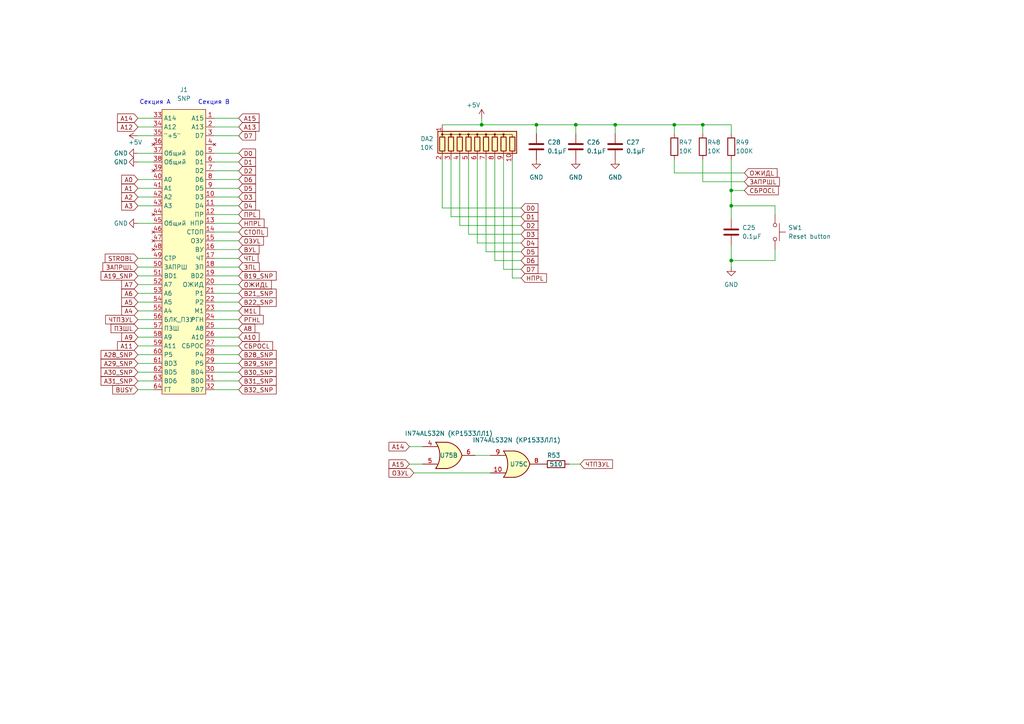
<source format=kicad_sch>
(kicad_sch (version 20211123) (generator eeschema)
  (paper "A4")
  (title_block (comment 2 "Евстафьев"))
  (lib_symbols
    (symbol "74xx:74LS32" (pin_names (offset 1.016))
      (property "Reference" "U" (at 0 1.27 0))
      (property "Value" "74LS32" (at 0 -1.27 0))
      (symbol "74LS32_1_1"
        (arc (start -3.81 -3.81) (mid -2.589 0) (end -3.81 3.81) (stroke (width 0.254)))
        (arc (start -0.6096 -3.81) (mid 2.1842 -2.5851) (end 3.81 0) (stroke (width 0.254)) (fill (type background)))
        (polyline (pts (xy -3.81 -3.81) (xy -0.635 -3.81)) (stroke (width 0.254)) (fill (type background)))
        (polyline (pts (xy -3.81 3.81) (xy -0.635 3.81)) (stroke (width 0.254)) (fill (type background)))
        (polyline (pts (xy -0.635 3.81) (xy -3.81 3.81) (xy -3.81 3.81) (xy -3.556 3.4036) (xy -3.0226 2.2606) (xy -2.6924 1.0414) (xy -2.6162 -0.254) (xy -2.7686 -1.4986) (xy -3.175 -2.7178) (xy -3.81 -3.81) (xy -3.81 -3.81) (xy -0.635 -3.81)) (stroke (width -25.4)) (fill (type background)))
        (arc (start 3.81 0) (mid 2.1915 2.5936) (end -0.6096 3.81) (stroke (width 0.254)) (fill (type background)))
        (pin input line (at -7.62 2.54 0) (length 4.318) (name "~") (number "1"))
        (pin input line (at -7.62 -2.54 0) (length 4.318) (name "~") (number "2"))
        (pin output line (at 7.62 0 180) (length 3.81) (name "~") (number "3"))
      )
      (symbol "74LS32_1_2"
        (arc (start 0 -3.81) (mid 3.81 0) (end 0 3.81) (stroke (width 0.254)) (fill (type background)))
        (polyline (pts (xy 0 3.81) (xy -3.81 3.81) (xy -3.81 -3.81) (xy 0 -3.81)) (stroke (width 0.254)) (fill (type background)))
        (pin input inverted (at -7.62 2.54 0) (length 3.81) (name "~") (number "1"))
        (pin input inverted (at -7.62 -2.54 0) (length 3.81) (name "~") (number "2"))
        (pin output inverted (at 7.62 0 180) (length 3.81) (name "~") (number "3"))
      )
      (symbol "74LS32_2_1"
        (arc (start -3.81 -3.81) (mid -2.589 0) (end -3.81 3.81) (stroke (width 0.254)))
        (arc (start -0.6096 -3.81) (mid 2.1842 -2.5851) (end 3.81 0) (stroke (width 0.254)) (fill (type background)))
        (polyline (pts (xy -3.81 -3.81) (xy -0.635 -3.81)) (stroke (width 0.254)) (fill (type background)))
        (polyline (pts (xy -3.81 3.81) (xy -0.635 3.81)) (stroke (width 0.254)) (fill (type background)))
        (polyline (pts (xy -0.635 3.81) (xy -3.81 3.81) (xy -3.81 3.81) (xy -3.556 3.4036) (xy -3.0226 2.2606) (xy -2.6924 1.0414) (xy -2.6162 -0.254) (xy -2.7686 -1.4986) (xy -3.175 -2.7178) (xy -3.81 -3.81) (xy -3.81 -3.81) (xy -0.635 -3.81)) (stroke (width -25.4)) (fill (type background)))
        (arc (start 3.81 0) (mid 2.1915 2.5936) (end -0.6096 3.81) (stroke (width 0.254)) (fill (type background)))
        (pin input line (at -7.62 2.54 0) (length 4.318) (name "~") (number "4"))
        (pin input line (at -7.62 -2.54 0) (length 4.318) (name "~") (number "5"))
        (pin output line (at 7.62 0 180) (length 3.81) (name "~") (number "6"))
      )
      (symbol "74LS32_2_2"
        (arc (start 0 -3.81) (mid 3.81 0) (end 0 3.81) (stroke (width 0.254)) (fill (type background)))
        (polyline (pts (xy 0 3.81) (xy -3.81 3.81) (xy -3.81 -3.81) (xy 0 -3.81)) (stroke (width 0.254)) (fill (type background)))
        (pin input inverted (at -7.62 2.54 0) (length 3.81) (name "~") (number "4"))
        (pin input inverted (at -7.62 -2.54 0) (length 3.81) (name "~") (number "5"))
        (pin output inverted (at 7.62 0 180) (length 3.81) (name "~") (number "6"))
      )
      (symbol "74LS32_3_1"
        (arc (start -3.81 -3.81) (mid -2.589 0) (end -3.81 3.81) (stroke (width 0.254)))
        (arc (start -0.6096 -3.81) (mid 2.1842 -2.5851) (end 3.81 0) (stroke (width 0.254)) (fill (type background)))
        (polyline (pts (xy -3.81 -3.81) (xy -0.635 -3.81)) (stroke (width 0.254)) (fill (type background)))
        (polyline (pts (xy -3.81 3.81) (xy -0.635 3.81)) (stroke (width 0.254)) (fill (type background)))
        (polyline (pts (xy -0.635 3.81) (xy -3.81 3.81) (xy -3.81 3.81) (xy -3.556 3.4036) (xy -3.0226 2.2606) (xy -2.6924 1.0414) (xy -2.6162 -0.254) (xy -2.7686 -1.4986) (xy -3.175 -2.7178) (xy -3.81 -3.81) (xy -3.81 -3.81) (xy -0.635 -3.81)) (stroke (width -25.4)) (fill (type background)))
        (arc (start 3.81 0) (mid 2.1915 2.5936) (end -0.6096 3.81) (stroke (width 0.254)) (fill (type background)))
        (pin input line (at -7.62 -2.54 0) (length 4.318) (name "~") (number "10"))
        (pin output line (at 7.62 0 180) (length 3.81) (name "~") (number "8"))
        (pin input line (at -7.62 2.54 0) (length 4.318) (name "~") (number "9"))
      )
      (symbol "74LS32_3_2"
        (arc (start 0 -3.81) (mid 3.81 0) (end 0 3.81) (stroke (width 0.254)) (fill (type background)))
        (polyline (pts (xy 0 3.81) (xy -3.81 3.81) (xy -3.81 -3.81) (xy 0 -3.81)) (stroke (width 0.254)) (fill (type background)))
        (pin input inverted (at -7.62 -2.54 0) (length 3.81) (name "~") (number "10"))
        (pin output inverted (at 7.62 0 180) (length 3.81) (name "~") (number "8"))
        (pin input inverted (at -7.62 2.54 0) (length 3.81) (name "~") (number "9"))
      )
      (symbol "74LS32_4_1"
        (arc (start -3.81 -3.81) (mid -2.589 0) (end -3.81 3.81) (stroke (width 0.254)))
        (arc (start -0.6096 -3.81) (mid 2.1842 -2.5851) (end 3.81 0) (stroke (width 0.254)) (fill (type background)))
        (polyline (pts (xy -3.81 -3.81) (xy -0.635 -3.81)) (stroke (width 0.254)) (fill (type background)))
        (polyline (pts (xy -3.81 3.81) (xy -0.635 3.81)) (stroke (width 0.254)) (fill (type background)))
        (polyline (pts (xy -0.635 3.81) (xy -3.81 3.81) (xy -3.81 3.81) (xy -3.556 3.4036) (xy -3.0226 2.2606) (xy -2.6924 1.0414) (xy -2.6162 -0.254) (xy -2.7686 -1.4986) (xy -3.175 -2.7178) (xy -3.81 -3.81) (xy -3.81 -3.81) (xy -0.635 -3.81)) (stroke (width -25.4)) (fill (type background)))
        (arc (start 3.81 0) (mid 2.1915 2.5936) (end -0.6096 3.81) (stroke (width 0.254)) (fill (type background)))
        (pin output line (at 7.62 0 180) (length 3.81) (name "~") (number "11"))
        (pin input line (at -7.62 2.54 0) (length 4.318) (name "~") (number "12"))
        (pin input line (at -7.62 -2.54 0) (length 4.318) (name "~") (number "13"))
      )
      (symbol "74LS32_4_2"
        (arc (start 0 -3.81) (mid 3.81 0) (end 0 3.81) (stroke (width 0.254)) (fill (type background)))
        (polyline (pts (xy 0 3.81) (xy -3.81 3.81) (xy -3.81 -3.81) (xy 0 -3.81)) (stroke (width 0.254)) (fill (type background)))
        (pin output inverted (at 7.62 0 180) (length 3.81) (name "~") (number "11"))
        (pin input inverted (at -7.62 2.54 0) (length 3.81) (name "~") (number "12"))
        (pin input inverted (at -7.62 -2.54 0) (length 3.81) (name "~") (number "13"))
      )
      (symbol "74LS32_5_0"
        (pin power_in line (at 0 12.7 270) (length 5.08) (name "VCC") (number "14"))
        (pin power_in line (at 0 -12.7 90) (length 5.08) (name "GND") (number "7"))
      )
      (symbol "74LS32_5_1"
        (rectangle (start -5.08 7.62) (end 5.08 -7.62) (stroke (width 0.254)) (fill (type background)))
      )
    )
    (symbol "Device:C" (pin_numbers hide) (pin_names (offset 0.254))
      (property "Reference" "C" (at 0.635 2.54 0))
      (property "Value" "C" (at 0.635 -2.54 0))
      (symbol "C_0_1"
        (polyline (pts (xy -2.032 -0.762) (xy 2.032 -0.762)) (stroke (width 0.508)))
        (polyline (pts (xy -2.032 0.762) (xy 2.032 0.762)) (stroke (width 0.508)))
      )
      (symbol "C_1_1"
        (pin passive line (at 0 3.81 270) (length 2.794) (name "~") (number "1"))
        (pin passive line (at 0 -3.81 90) (length 2.794) (name "~") (number "2"))
      )
    )
    (symbol "Device:R" (pin_numbers hide) (pin_names (offset 0))
      (property "Reference" "R" (at 2.032 0 90))
      (property "Value" "R" (at 0 0 90))
      (symbol "R_0_1"
        (rectangle (start -1.016 -2.54) (end 1.016 2.54) (stroke (width 0.254)))
      )
      (symbol "R_1_1"
        (pin passive line (at 0 3.81 270) (length 1.27) (name "~") (number "1"))
        (pin passive line (at 0 -3.81 90) (length 1.27) (name "~") (number "2"))
      )
    )
    (symbol "Device:R_Network09" (pin_names (offset 0) hide)
      (property "Reference" "RN" (at -12.7 0 90))
      (property "Value" "R_Network09" (at 12.7 0 90))
      (symbol "R_Network09_0_1"
        (rectangle (start -11.43 -3.175) (end 11.43 3.175) (stroke (width 0.254)) (fill (type background)))
        (rectangle (start -10.922 1.524) (end -9.398 -2.54) (stroke (width 0.254)))
        (circle (center -10.16 2.286) (radius 0.254) (fill (type outline)))
        (rectangle (start -8.382 1.524) (end -6.858 -2.54) (stroke (width 0.254)))
        (circle (center -7.62 2.286) (radius 0.254) (fill (type outline)))
        (rectangle (start -5.842 1.524) (end -4.318 -2.54) (stroke (width 0.254)))
        (circle (center -5.08 2.286) (radius 0.254) (fill (type outline)))
        (rectangle (start -3.302 1.524) (end -1.778 -2.54) (stroke (width 0.254)))
        (circle (center -2.54 2.286) (radius 0.254) (fill (type outline)))
        (rectangle (start -0.762 1.524) (end 0.762 -2.54) (stroke (width 0.254)))
        (polyline (pts (xy -10.16 -2.54) (xy -10.16 -3.81)))
        (polyline (pts (xy -7.62 -2.54) (xy -7.62 -3.81)))
        (polyline (pts (xy -5.08 -2.54) (xy -5.08 -3.81)))
        (polyline (pts (xy -2.54 -2.54) (xy -2.54 -3.81)))
        (polyline (pts (xy 0 -2.54) (xy 0 -3.81)))
        (polyline (pts (xy 2.54 -2.54) (xy 2.54 -3.81)))
        (polyline (pts (xy 5.08 -2.54) (xy 5.08 -3.81)))
        (polyline (pts (xy 7.62 -2.54) (xy 7.62 -3.81)))
        (polyline (pts (xy 10.16 -2.54) (xy 10.16 -3.81)))
        (polyline (pts (xy -10.16 1.524) (xy -10.16 2.286) (xy -7.62 2.286) (xy -7.62 1.524)))
        (polyline (pts (xy -7.62 1.524) (xy -7.62 2.286) (xy -5.08 2.286) (xy -5.08 1.524)))
        (polyline (pts (xy -5.08 1.524) (xy -5.08 2.286) (xy -2.54 2.286) (xy -2.54 1.524)))
        (polyline (pts (xy -2.54 1.524) (xy -2.54 2.286) (xy 0 2.286) (xy 0 1.524)))
        (polyline (pts (xy 0 1.524) (xy 0 2.286) (xy 2.54 2.286) (xy 2.54 1.524)))
        (polyline (pts (xy 2.54 1.524) (xy 2.54 2.286) (xy 5.08 2.286) (xy 5.08 1.524)))
        (polyline (pts (xy 5.08 1.524) (xy 5.08 2.286) (xy 7.62 2.286) (xy 7.62 1.524)))
        (polyline (pts (xy 7.62 1.524) (xy 7.62 2.286) (xy 10.16 2.286) (xy 10.16 1.524)))
        (circle (center 0 2.286) (radius 0.254) (fill (type outline)))
        (rectangle (start 1.778 1.524) (end 3.302 -2.54) (stroke (width 0.254)))
        (circle (center 2.54 2.286) (radius 0.254) (fill (type outline)))
        (rectangle (start 4.318 1.524) (end 5.842 -2.54) (stroke (width 0.254)))
        (circle (center 5.08 2.286) (radius 0.254) (fill (type outline)))
        (rectangle (start 6.858 1.524) (end 8.382 -2.54) (stroke (width 0.254)))
        (circle (center 7.62 2.286) (radius 0.254) (fill (type outline)))
        (rectangle (start 9.398 1.524) (end 10.922 -2.54) (stroke (width 0.254)))
      )
      (symbol "R_Network09_1_1"
        (pin passive line (at -10.16 5.08 270) (length 2.54) (name "common") (number "1"))
        (pin passive line (at 10.16 -5.08 90) (length 1.27) (name "R9") (number "10"))
        (pin passive line (at -10.16 -5.08 90) (length 1.27) (name "R1") (number "2"))
        (pin passive line (at -7.62 -5.08 90) (length 1.27) (name "R2") (number "3"))
        (pin passive line (at -5.08 -5.08 90) (length 1.27) (name "R3") (number "4"))
        (pin passive line (at -2.54 -5.08 90) (length 1.27) (name "R4") (number "5"))
        (pin passive line (at 0 -5.08 90) (length 1.27) (name "R5") (number "6"))
        (pin passive line (at 2.54 -5.08 90) (length 1.27) (name "R6") (number "7"))
        (pin passive line (at 5.08 -5.08 90) (length 1.27) (name "R7") (number "8"))
        (pin passive line (at 7.62 -5.08 90) (length 1.27) (name "R8") (number "9"))
      )
    )
    (symbol "Switch:SW_Push" (pin_numbers hide) (pin_names (offset 1.016) hide)
      (property "Reference" "SW" (at 1.27 2.54 0))
      (property "Value" "SW_Push" (at 0 -1.524 0))
      (symbol "SW_Push_0_1"
        (circle (center -2.032 0) (radius 0.508))
        (polyline (pts (xy 0 1.27) (xy 0 3.048)))
        (polyline (pts (xy 2.54 1.27) (xy -2.54 1.27)))
        (circle (center 2.032 0) (radius 0.508))
        (pin passive line (at -5.08 0 0) (length 2.54) (name "1") (number "1"))
        (pin passive line (at 5.08 0 180) (length 2.54) (name "2") (number "2"))
      )
    )
    (symbol "power:+5V" (power) (pin_names (offset 0))
      (property "Value" "+5V" (at 0 3.556 0))
      (symbol "+5V_0_1"
        (polyline (pts (xy -0.762 1.27) (xy 0 2.54)))
        (polyline (pts (xy 0 0) (xy 0 2.54)))
        (polyline (pts (xy 0 2.54) (xy 0.762 1.27)))
      )
      (symbol "+5V_1_1"
        (pin power_in line (at 0 0 90) (length 0) hide (name "+5V") (number "1"))
      )
    )
    (symbol "power:GND" (power) (pin_names (offset 0))
      (property "Value" "GND" (at 0 -3.81 0))
      (symbol "GND_0_1"
        (polyline (pts (xy 0 0) (xy 0 -1.27) (xy 1.27 -1.27) (xy 0 -2.54) (xy -1.27 -1.27) (xy 0 -1.27)))
      )
      (symbol "GND_1_1"
        (pin power_in line (at 0 0 270) (length 0) hide (name "GND") (number "1"))
      )
    )
    (symbol "w_connectors:SNP"
      (property "Reference" "J1" (at 0 43.815 0))
      (property "Value" "SNP" (at 0 41.275 0))
      (symbol "SNP_0_1"
        (rectangle (start -6.35 38.1) (end 6.35 -44.45) (fill (type background)))
      )
      (symbol "SNP_1_1"
        (pin bidirectional line (at -8.89 35.56 0) (length 2.54) (name "A15") (number "1"))
        (pin bidirectional line (at -8.89 12.7 0) (length 2.54) (name "D3") (number "10"))
        (pin bidirectional line (at -8.89 10.16 0) (length 2.54) (name "D4") (number "11"))
        (pin bidirectional line (at -8.89 7.62 0) (length 2.54) (name "ПР") (number "12"))
        (pin bidirectional line (at -8.89 5.08 0) (length 2.54) (name "НПР") (number "13"))
        (pin bidirectional line (at -8.89 2.54 0) (length 2.54) (name "СТОП") (number "14"))
        (pin bidirectional line (at -8.89 0 0) (length 2.54) (name "ОЗУ") (number "15"))
        (pin bidirectional line (at -8.89 -2.54 0) (length 2.54) (name "ВУ") (number "16"))
        (pin bidirectional line (at -8.89 -5.08 0) (length 2.54) (name "ЧТ") (number "17"))
        (pin bidirectional line (at -8.89 -7.62 0) (length 2.54) (name "ЗП") (number "18"))
        (pin bidirectional line (at -8.89 -10.16 0) (length 2.54) (name "BD2") (number "19"))
        (pin bidirectional line (at -8.89 33.02 0) (length 2.54) (name "A13") (number "2"))
        (pin bidirectional line (at -8.89 -12.7 0) (length 2.54) (name "ОЖИД") (number "20"))
        (pin bidirectional line (at -8.89 -15.24 0) (length 2.54) (name "P1") (number "21"))
        (pin bidirectional line (at -8.89 -17.78 0) (length 2.54) (name "P2") (number "22"))
        (pin bidirectional line (at -8.89 -20.32 0) (length 2.54) (name "М1") (number "23"))
        (pin bidirectional line (at -8.89 -22.86 0) (length 2.54) (name "РГН") (number "24"))
        (pin bidirectional line (at -8.89 -25.4 0) (length 2.54) (name "A8") (number "25"))
        (pin bidirectional line (at -8.89 -27.94 0) (length 2.54) (name "A10") (number "26"))
        (pin bidirectional line (at -8.89 -30.48 0) (length 2.54) (name "СБРОС") (number "27"))
        (pin bidirectional line (at -8.89 -33.02 0) (length 2.54) (name "P4") (number "28"))
        (pin bidirectional line (at -8.89 -35.56 0) (length 2.54) (name "P5") (number "29"))
        (pin bidirectional line (at -8.89 30.48 0) (length 2.54) (name "D7") (number "3"))
        (pin bidirectional line (at -8.89 -38.1 0) (length 2.54) (name "BD4") (number "30"))
        (pin bidirectional line (at -8.89 -40.64 0) (length 2.54) (name "BD0") (number "31"))
        (pin bidirectional line (at -8.89 -43.18 0) (length 2.54) (name "BD7") (number "32"))
        (pin bidirectional line (at 8.89 35.56 180) (length 2.54) (name "A14") (number "33"))
        (pin bidirectional line (at 8.89 33.02 180) (length 2.54) (name "A12") (number "34"))
        (pin power_in line (at 8.89 30.48 180) (length 2.54) (name "\"+5\"") (number "35"))
        (pin no_connect line (at 8.89 27.94 180) (length 2.54) (name "") (number "36"))
        (pin power_in line (at 8.89 25.4 180) (length 2.54) (name "Общий") (number "37"))
        (pin power_in line (at 8.89 22.86 180) (length 2.54) (name "Общий") (number "38"))
        (pin no_connect line (at 8.89 20.32 180) (length 2.54) (name "") (number "39"))
        (pin no_connect line (at -8.89 27.94 0) (length 2.54) (name "") (number "4"))
        (pin bidirectional line (at 8.89 17.78 180) (length 2.54) (name "A0") (number "40"))
        (pin bidirectional line (at 8.89 15.24 180) (length 2.54) (name "A1") (number "41"))
        (pin bidirectional line (at 8.89 12.7 180) (length 2.54) (name "A2") (number "42"))
        (pin bidirectional line (at 8.89 10.16 180) (length 2.54) (name "A3") (number "43"))
        (pin no_connect line (at 8.89 7.62 180) (length 2.54) (name "") (number "44"))
        (pin power_in line (at 8.89 5.08 180) (length 2.54) (name "Общий") (number "45"))
        (pin no_connect line (at 8.89 2.54 180) (length 2.54) (name "") (number "46"))
        (pin no_connect line (at 8.89 0 180) (length 2.54) (name "") (number "47"))
        (pin no_connect line (at 8.89 -2.54 180) (length 2.54) (name "") (number "48"))
        (pin bidirectional line (at 8.89 -5.08 180) (length 2.54) (name "СТР") (number "49"))
        (pin bidirectional line (at -8.89 25.4 0) (length 2.54) (name "D0") (number "5"))
        (pin bidirectional line (at 8.89 -7.62 180) (length 2.54) (name "ЗАПРШ") (number "50"))
        (pin bidirectional line (at 8.89 -10.16 180) (length 2.54) (name "BD1") (number "51"))
        (pin bidirectional line (at 8.89 -12.7 180) (length 2.54) (name "A7") (number "52"))
        (pin bidirectional line (at 8.89 -15.24 180) (length 2.54) (name "A6") (number "53"))
        (pin bidirectional line (at 8.89 -17.78 180) (length 2.54) (name "A5") (number "54"))
        (pin bidirectional line (at 8.89 -20.32 180) (length 2.54) (name "A4") (number "55"))
        (pin bidirectional line (at 8.89 -22.86 180) (length 2.54) (name "БЛК_ПЗУ") (number "56"))
        (pin bidirectional line (at 8.89 -25.4 180) (length 2.54) (name "ПЗШ") (number "57"))
        (pin bidirectional line (at 8.89 -27.94 180) (length 2.54) (name "A9") (number "58"))
        (pin bidirectional line (at 8.89 -30.48 180) (length 2.54) (name "A11") (number "59"))
        (pin bidirectional line (at -8.89 22.86 0) (length 2.54) (name "D1") (number "6"))
        (pin bidirectional line (at 8.89 -33.02 180) (length 2.54) (name "P5") (number "60"))
        (pin bidirectional line (at 8.89 -35.56 180) (length 2.54) (name "BD3") (number "61"))
        (pin bidirectional line (at 8.89 -38.1 180) (length 2.54) (name "BD5") (number "62"))
        (pin bidirectional line (at 8.89 -40.64 180) (length 2.54) (name "BD6") (number "63"))
        (pin bidirectional line (at 8.89 -43.18 180) (length 2.54) (name "ГТ") (number "64"))
        (pin bidirectional line (at -8.89 20.32 0) (length 2.54) (name "D2") (number "7"))
        (pin bidirectional line (at -8.89 17.78 0) (length 2.54) (name "D6") (number "8"))
        (pin bidirectional line (at -8.89 15.24 0) (length 2.54) (name "D5") (number "9"))
      )
    )
  )
  (junction (at 155.575 36.195))
  (junction (at 212.09 75.565))
  (junction (at 178.435 36.195))
  (junction (at 139.7 36.195))
  (junction (at 212.09 55.245))
  (junction (at 203.835 36.195))
  (junction (at 195.58 36.195))
  (junction (at 212.09 59.69))
  (junction (at 167.005 36.195))
  (wire (pts (xy 135.89 46.355) (xy 135.89 67.945)))
  (wire (pts (xy 128.27 36.195) (xy 139.7 36.195)))
  (wire (pts (xy 40.005 44.45) (xy 44.45 44.45)))
  (wire (pts (xy 40.005 113.03) (xy 44.45 113.03)))
  (wire (pts (xy 40.005 82.55) (xy 44.45 82.55)))
  (wire (pts (xy 69.215 110.49) (xy 62.23 110.49)))
  (wire (pts (xy 69.215 36.83) (xy 62.23 36.83)))
  (wire (pts (xy 195.58 50.165) (xy 215.9 50.165)))
  (wire (pts (xy 212.09 55.245) (xy 215.9 55.245)))
  (wire (pts (xy 212.09 36.195) (xy 212.09 38.735)))
  (wire (pts (xy 40.005 64.77) (xy 44.45 64.77)))
  (wire (pts (xy 40.005 34.29) (xy 44.45 34.29)))
  (wire (pts (xy 195.58 46.355) (xy 195.58 50.165)))
  (wire (pts (xy 118.745 134.62) (xy 122.555 134.62)))
  (wire (pts (xy 138.43 46.355) (xy 138.43 70.485)))
  (wire (pts (xy 212.09 46.355) (xy 212.09 55.245)))
  (wire (pts (xy 40.005 54.61) (xy 44.45 54.61)))
  (wire (pts (xy 40.005 105.41) (xy 44.45 105.41)))
  (wire (pts (xy 128.27 46.355) (xy 128.27 60.325)))
  (wire (pts (xy 40.005 74.93) (xy 44.45 74.93)))
  (wire (pts (xy 69.215 44.45) (xy 62.23 44.45)))
  (wire (pts (xy 139.7 34.29) (xy 139.7 36.195)))
  (wire (pts (xy 69.215 82.55) (xy 62.23 82.55)))
  (wire (pts (xy 69.215 100.33) (xy 62.23 100.33)))
  (wire (pts (xy 69.215 52.07) (xy 62.23 52.07)))
  (wire (pts (xy 138.43 70.485) (xy 151.13 70.485)))
  (wire (pts (xy 155.575 36.195) (xy 155.575 38.735)))
  (wire (pts (xy 40.005 80.01) (xy 44.45 80.01)))
  (wire (pts (xy 203.835 36.195) (xy 212.09 36.195)))
  (wire (pts (xy 203.835 46.355) (xy 203.835 52.705)))
  (wire (pts (xy 62.23 87.63) (xy 69.215 87.63)))
  (wire (pts (xy 40.005 95.25) (xy 44.45 95.25)))
  (wire (pts (xy 178.435 36.195) (xy 195.58 36.195)))
  (wire (pts (xy 212.09 59.69) (xy 212.09 55.245)))
  (wire (pts (xy 130.81 46.355) (xy 130.81 62.865)))
  (wire (pts (xy 135.89 67.945) (xy 151.13 67.945)))
  (wire (pts (xy 143.51 46.355) (xy 143.51 75.565)))
  (wire (pts (xy 69.215 74.93) (xy 62.23 74.93)))
  (wire (pts (xy 69.215 97.79) (xy 62.23 97.79)))
  (wire (pts (xy 69.215 69.85) (xy 62.23 69.85)))
  (wire (pts (xy 40.005 102.87) (xy 44.45 102.87)))
  (wire (pts (xy 133.35 46.355) (xy 133.35 65.405)))
  (wire (pts (xy 140.97 73.025) (xy 151.13 73.025)))
  (wire (pts (xy 143.51 75.565) (xy 151.13 75.565)))
  (wire (pts (xy 167.005 36.195) (xy 167.005 38.735)))
  (wire (pts (xy 69.215 92.71) (xy 62.23 92.71)))
  (wire (pts (xy 128.27 60.325) (xy 151.13 60.325)))
  (wire (pts (xy 203.835 52.705) (xy 215.9 52.705)))
  (wire (pts (xy 195.58 36.195) (xy 195.58 38.735)))
  (wire (pts (xy 40.005 46.99) (xy 44.45 46.99)))
  (wire (pts (xy 118.745 129.54) (xy 122.555 129.54)))
  (wire (pts (xy 167.005 36.195) (xy 178.435 36.195)))
  (wire (pts (xy 195.58 36.195) (xy 203.835 36.195)))
  (wire (pts (xy 133.35 65.405) (xy 151.13 65.405)))
  (wire (pts (xy 40.005 85.09) (xy 44.45 85.09)))
  (wire (pts (xy 69.215 95.25) (xy 62.23 95.25)))
  (wire (pts (xy 40.005 77.47) (xy 44.45 77.47)))
  (wire (pts (xy 146.05 78.105) (xy 151.13 78.105)))
  (wire (pts (xy 62.23 102.87) (xy 69.215 102.87)))
  (wire (pts (xy 212.09 71.12) (xy 212.09 75.565)))
  (wire (pts (xy 69.215 59.69) (xy 62.23 59.69)))
  (wire (pts (xy 69.215 54.61) (xy 62.23 54.61)))
  (wire (pts (xy 69.215 80.01) (xy 62.23 80.01)))
  (wire (pts (xy 203.835 36.195) (xy 203.835 38.735)))
  (wire (pts (xy 120.015 137.16) (xy 142.24 137.16)))
  (wire (pts (xy 140.97 46.355) (xy 140.97 73.025)))
  (wire (pts (xy 148.59 46.355) (xy 148.59 80.645)))
  (wire (pts (xy 224.79 59.69) (xy 224.79 62.23)))
  (wire (pts (xy 69.215 64.77) (xy 62.23 64.77)))
  (wire (pts (xy 224.79 75.565) (xy 212.09 75.565)))
  (wire (pts (xy 212.09 75.565) (xy 212.09 77.47)))
  (wire (pts (xy 148.59 80.645) (xy 151.13 80.645)))
  (wire (pts (xy 69.215 39.37) (xy 62.23 39.37)))
  (wire (pts (xy 69.215 46.99) (xy 62.23 46.99)))
  (wire (pts (xy 69.215 67.31) (xy 62.23 67.31)))
  (wire (pts (xy 139.7 36.195) (xy 155.575 36.195)))
  (wire (pts (xy 40.005 92.71) (xy 44.45 92.71)))
  (wire (pts (xy 40.005 36.83) (xy 44.45 36.83)))
  (wire (pts (xy 146.05 46.355) (xy 146.05 78.105)))
  (wire (pts (xy 69.215 49.53) (xy 62.23 49.53)))
  (wire (pts (xy 40.005 57.15) (xy 44.45 57.15)))
  (wire (pts (xy 69.215 34.29) (xy 62.23 34.29)))
  (wire (pts (xy 40.005 110.49) (xy 44.45 110.49)))
  (wire (pts (xy 142.24 132.08) (xy 137.795 132.08)))
  (wire (pts (xy 62.23 85.09) (xy 69.215 85.09)))
  (wire (pts (xy 40.005 52.07) (xy 44.45 52.07)))
  (wire (pts (xy 224.79 72.39) (xy 224.79 75.565)))
  (wire (pts (xy 168.275 134.62) (xy 165.1 134.62)))
  (wire (pts (xy 40.005 97.79) (xy 44.45 97.79)))
  (wire (pts (xy 212.09 63.5) (xy 212.09 59.69)))
  (wire (pts (xy 69.215 72.39) (xy 62.23 72.39)))
  (wire (pts (xy 40.005 87.63) (xy 44.45 87.63)))
  (wire (pts (xy 40.005 100.33) (xy 44.45 100.33)))
  (wire (pts (xy 62.23 105.41) (xy 69.215 105.41)))
  (wire (pts (xy 69.215 107.95) (xy 62.23 107.95)))
  (wire (pts (xy 69.215 57.15) (xy 62.23 57.15)))
  (wire (pts (xy 69.215 90.17) (xy 62.23 90.17)))
  (wire (pts (xy 130.81 62.865) (xy 151.13 62.865)))
  (wire (pts (xy 69.215 113.03) (xy 62.23 113.03)))
  (wire (pts (xy 40.005 107.95) (xy 44.45 107.95)))
  (wire (pts (xy 69.215 62.23) (xy 62.23 62.23)))
  (wire (pts (xy 40.005 90.17) (xy 44.45 90.17)))
  (wire (pts (xy 155.575 36.195) (xy 167.005 36.195)))
  (wire (pts (xy 40.005 59.69) (xy 44.45 59.69)))
  (wire (pts (xy 178.435 36.195) (xy 178.435 38.735)))
  (wire (pts (xy 40.005 39.37) (xy 44.45 39.37)))
  (wire (pts (xy 212.09 59.69) (xy 224.79 59.69)))
  (wire (pts (xy 69.215 77.47) (xy 62.23 77.47)))
  (text "Секция А" (at 49.53 30.48 180) (effects (font (size 1.27 1.27)) (justify right bottom)))
  (text "Секция В" (at 66.675 30.48 180) (effects (font (size 1.27 1.27)) (justify right bottom)))
  (global_label "A5" (shape input) (at 40.005 87.63 180) (property "Intersheet References" "${INTERSHEET_REFS}" (effects hide)))
  (global_label "A4" (shape input) (at 40.005 90.17 180) (property "Intersheet References" "${INTERSHEET_REFS}" (effects hide)))
  (global_label "A13" (shape input) (at 69.215 36.83 0) (property "Intersheet References" "${INTERSHEET_REFS}" (effects hide)))
  (global_label "A14" (shape input) (at 118.745 129.54 180) (property "Intersheet References" "${INTERSHEET_REFS}" (effects hide)))
  (global_label "B28_SNP" (shape input) (at 69.215 102.87 0) (property "Intersheet References" "${INTERSHEET_REFS}" (effects hide)))
  (global_label "A11" (shape input) (at 40.005 100.33 180) (property "Intersheet References" "${INTERSHEET_REFS}" (effects hide)))
  (global_label "D3" (shape input) (at 151.13 67.945 0) (property "Intersheet References" "${INTERSHEET_REFS}" (effects hide)))
  (global_label "A14" (shape input) (at 40.005 34.29 180) (property "Intersheet References" "${INTERSHEET_REFS}" (effects hide)))
  (global_label "B31_SNP" (shape input) (at 69.215 110.49 0) (property "Intersheet References" "${INTERSHEET_REFS}" (effects hide)))
  (global_label "НПРL" (shape input) (at 69.215 64.77 0) (property "Intersheet References" "${INTERSHEET_REFS}" (effects hide)))
  (global_label "СТОПL" (shape input) (at 69.215 67.31 0) (property "Intersheet References" "${INTERSHEET_REFS}" (effects hide)))
  (global_label "B30_SNP" (shape input) (at 69.215 107.95 0) (property "Intersheet References" "${INTERSHEET_REFS}" (effects hide)))
  (global_label "A12" (shape input) (at 40.005 36.83 180) (property "Intersheet References" "${INTERSHEET_REFS}" (effects hide)))
  (global_label "A10" (shape input) (at 69.215 97.79 0) (property "Intersheet References" "${INTERSHEET_REFS}" (effects hide)))
  (global_label "D1" (shape input) (at 69.215 46.99 0) (property "Intersheet References" "${INTERSHEET_REFS}" (effects hide)))
  (global_label "D3" (shape input) (at 69.215 57.15 0) (property "Intersheet References" "${INTERSHEET_REFS}" (effects hide)))
  (global_label "ОЗУL" (shape input) (at 120.015 137.16 180) (property "Intersheet References" "${INTERSHEET_REFS}" (effects hide)))
  (global_label "D4" (shape input) (at 151.13 70.485 0) (property "Intersheet References" "${INTERSHEET_REFS}" (effects hide)))
  (global_label "ЧТПЗУL" (shape input) (at 168.275 134.62 0) (property "Intersheet References" "${INTERSHEET_REFS}" (effects hide)))
  (global_label "НПРL" (shape input) (at 151.13 80.645 0) (property "Intersheet References" "${INTERSHEET_REFS}" (effects hide)))
  (global_label "ЗАПРШL" (shape input) (at 40.005 77.47 180) (property "Intersheet References" "${INTERSHEET_REFS}" (effects hide)))
  (global_label "ЗАПРШL" (shape input) (at 215.9 52.705 0) (property "Intersheet References" "${INTERSHEET_REFS}" (effects hide)))
  (global_label "ПЗШL" (shape input) (at 40.005 95.25 180) (property "Intersheet References" "${INTERSHEET_REFS}" (effects hide)))
  (global_label "D0" (shape input) (at 151.13 60.325 0) (property "Intersheet References" "${INTERSHEET_REFS}" (effects hide)))
  (global_label "D2" (shape input) (at 151.13 65.405 0) (property "Intersheet References" "${INTERSHEET_REFS}" (effects hide)))
  (global_label "B22_SNP" (shape input) (at 69.215 87.63 0) (property "Intersheet References" "${INTERSHEET_REFS}" (effects hide)))
  (global_label "B29_SNP" (shape input) (at 69.215 105.41 0) (property "Intersheet References" "${INTERSHEET_REFS}" (effects hide)))
  (global_label "D7" (shape input) (at 151.13 78.105 0) (property "Intersheet References" "${INTERSHEET_REFS}" (effects hide)))
  (global_label "A28_SNP" (shape input) (at 40.005 102.87 180) (property "Intersheet References" "${INTERSHEET_REFS}" (effects hide)))
  (global_label "BUSY" (shape input) (at 40.005 113.03 180) (property "Intersheet References" "${INTERSHEET_REFS}" (effects hide)))
  (global_label "D1" (shape input) (at 151.13 62.865 0) (property "Intersheet References" "${INTERSHEET_REFS}" (effects hide)))
  (global_label "D5" (shape input) (at 151.13 73.025 0) (property "Intersheet References" "${INTERSHEET_REFS}" (effects hide)))
  (global_label "ЧТL" (shape input) (at 69.215 74.93 0) (property "Intersheet References" "${INTERSHEET_REFS}" (effects hide)))
  (global_label "ОЖИДL" (shape input) (at 215.9 50.165 0) (property "Intersheet References" "${INTERSHEET_REFS}" (effects hide)))
  (global_label "D0" (shape input) (at 69.215 44.45 0) (property "Intersheet References" "${INTERSHEET_REFS}" (effects hide)))
  (global_label "A2" (shape input) (at 40.005 57.15 180) (property "Intersheet References" "${INTERSHEET_REFS}" (effects hide)))
  (global_label "D5" (shape input) (at 69.215 54.61 0) (property "Intersheet References" "${INTERSHEET_REFS}" (effects hide)))
  (global_label "STROBL" (shape input) (at 40.005 74.93 180) (property "Intersheet References" "${INTERSHEET_REFS}" (effects hide)))
  (global_label "A7" (shape input) (at 40.005 82.55 180) (property "Intersheet References" "${INTERSHEET_REFS}" (effects hide)))
  (global_label "B32_SNP" (shape input) (at 69.215 113.03 0) (property "Intersheet References" "${INTERSHEET_REFS}" (effects hide)))
  (global_label "ЧТПЗУL" (shape input) (at 40.005 92.71 180) (property "Intersheet References" "${INTERSHEET_REFS}" (effects hide)))
  (global_label "ПРL" (shape input) (at 69.215 62.23 0) (property "Intersheet References" "${INTERSHEET_REFS}" (effects hide)))
  (global_label "РГНL" (shape input) (at 69.215 92.71 0) (property "Intersheet References" "${INTERSHEET_REFS}" (effects hide)))
  (global_label "D6" (shape input) (at 69.215 52.07 0) (property "Intersheet References" "${INTERSHEET_REFS}" (effects hide)))
  (global_label "СБРОСL" (shape input) (at 215.9 55.245 0) (property "Intersheet References" "${INTERSHEET_REFS}" (effects hide)))
  (global_label "ВУL" (shape input) (at 69.215 72.39 0) (property "Intersheet References" "${INTERSHEET_REFS}" (effects hide)))
  (global_label "D2" (shape input) (at 69.215 49.53 0) (property "Intersheet References" "${INTERSHEET_REFS}" (effects hide)))
  (global_label "A6" (shape input) (at 40.005 85.09 180) (property "Intersheet References" "${INTERSHEET_REFS}" (effects hide)))
  (global_label "D7" (shape input) (at 69.215 39.37 0) (property "Intersheet References" "${INTERSHEET_REFS}" (effects hide)))
  (global_label "D6" (shape input) (at 151.13 75.565 0) (property "Intersheet References" "${INTERSHEET_REFS}" (effects hide)))
  (global_label "A15" (shape input) (at 118.745 134.62 180) (property "Intersheet References" "${INTERSHEET_REFS}" (effects hide)))
  (global_label "A9" (shape input) (at 40.005 97.79 180) (property "Intersheet References" "${INTERSHEET_REFS}" (effects hide)))
  (global_label "ОЖИДL" (shape input) (at 69.215 82.55 0) (property "Intersheet References" "${INTERSHEET_REFS}" (effects hide)))
  (global_label "A29_SNP" (shape input) (at 40.005 105.41 180) (property "Intersheet References" "${INTERSHEET_REFS}" (effects hide)))
  (global_label "A0" (shape input) (at 40.005 52.07 180) (property "Intersheet References" "${INTERSHEET_REFS}" (effects hide)))
  (global_label "D4" (shape input) (at 69.215 59.69 0) (property "Intersheet References" "${INTERSHEET_REFS}" (effects hide)))
  (global_label "A19_SNP" (shape input) (at 40.005 80.01 180) (property "Intersheet References" "${INTERSHEET_REFS}" (effects hide)))
  (global_label "A8" (shape input) (at 69.215 95.25 0) (property "Intersheet References" "${INTERSHEET_REFS}" (effects hide)))
  (global_label "M1L" (shape input) (at 69.215 90.17 0) (property "Intersheet References" "${INTERSHEET_REFS}" (effects hide)))
  (global_label "ОЗУL" (shape input) (at 69.215 69.85 0) (property "Intersheet References" "${INTERSHEET_REFS}" (effects hide)))
  (global_label "A30_SNP" (shape input) (at 40.005 107.95 180) (property "Intersheet References" "${INTERSHEET_REFS}" (effects hide)))
  (global_label "A3" (shape input) (at 40.005 59.69 180) (property "Intersheet References" "${INTERSHEET_REFS}" (effects hide)))
  (global_label "B19_SNP" (shape input) (at 69.215 80.01 0) (property "Intersheet References" "${INTERSHEET_REFS}" (effects hide)))
  (global_label "ЗПL" (shape input) (at 69.215 77.47 0) (property "Intersheet References" "${INTERSHEET_REFS}" (effects hide)))
  (global_label "СБРОСL" (shape input) (at 69.215 100.33 0) (property "Intersheet References" "${INTERSHEET_REFS}" (effects hide)))
  (global_label "B21_SNP" (shape input) (at 69.215 85.09 0) (property "Intersheet References" "${INTERSHEET_REFS}" (effects hide)))
  (global_label "A1" (shape input) (at 40.005 54.61 180) (property "Intersheet References" "${INTERSHEET_REFS}" (effects hide)))
  (global_label "A15" (shape input) (at 69.215 34.29 0) (property "Intersheet References" "${INTERSHEET_REFS}" (effects hide)))
  (global_label "A31_SNP" (shape input) (at 40.005 110.49 180) (property "Intersheet References" "${INTERSHEET_REFS}" (effects hide)))
  (symbol (lib_id "Device:R") (at 161.29 134.62 90) (unit 1)
    (property "Reference" "R53" (at 162.56 132.08 90) (effects (justify left)))
    (property "Value" "510" (at 163.195 134.62 90) (effects (justify left)))
    (property "Footprint" "Resistor_THT:R_Axial_DIN0207_L6.3mm_D2.5mm_P10.16mm_Horizontal" (effects hide))
  )
  (symbol (lib_id "power:+5V") (at 40.005 39.37 90) (unit 1)
    (property "Reference" "#PWR0108" (effects hide))
    (property "Value" "+5V" (at 41.275 41.275 90) (effects (justify left)))
  )
  (symbol (lib_id "power:GND") (at 212.09 77.47 0) (unit 1)
    (property "Reference" "#PWR0116" (effects hide))
    (property "Value" "GND" (at 212.09 82.55 0))
  )
  (symbol (lib_id "power:GND") (at 40.005 46.99 270) (unit 1)
    (property "Reference" "#PWR0182" (effects hide))
    (property "Value" "GND" (at 33.02 46.99 90) (effects (justify left)))
  )
  (symbol (lib_id "Device:C") (at 167.005 42.545 0) (unit 1)
    (property "Reference" "C26" (at 170.18 41.2749 0) (effects (justify left)))
    (property "Value" "0.1μF" (at 170.18 43.8149 0) (effects (justify left)))
    (property "Footprint" "Capacitor_THT:C_Disc_D7.0mm_W2.5mm_P5.00mm" (effects hide))
  )
  (symbol (lib_id "Device:R") (at 195.58 42.545 0) (unit 1)
    (property "Reference" "R47" (at 196.85 41.275 0) (effects (justify left)))
    (property "Value" "10K" (at 196.85 43.815 0) (effects (justify left)))
    (property "Footprint" "Resistor_THT:R_Axial_DIN0207_L6.3mm_D2.5mm_P10.16mm_Horizontal" (effects hide))
  )
  (symbol (lib_id "power:GND") (at 155.575 46.355 0) (unit 1)
    (property "Reference" "#PWR0110" (effects hide))
    (property "Value" "GND" (at 155.575 51.435 0))
  )
  (symbol (lib_id "Device:R") (at 203.835 42.545 0) (unit 1)
    (property "Reference" "R48" (at 205.105 41.275 0) (effects (justify left)))
    (property "Value" "10K" (at 205.105 43.815 0) (effects (justify left)))
    (property "Footprint" "Resistor_THT:R_Axial_DIN0207_L6.3mm_D2.5mm_P10.16mm_Horizontal" (effects hide))
  )
  (symbol (lib_id "74xx:74LS32") (at 149.86 134.62 0) (unit 3)
    (property "Reference" "U75" (at 150.495 134.62 0))
    (property "Value" "IN74ALS32N (КР1533ЛЛ1)" (at 149.86 127.635 0))
    (property "Footprint" "Package_DIP:DIP-14_W7.62mm_Socket" (effects hide))
    (property "Datasheet" "http://www.ti.com/lit/gpn/sn74LS32" (effects hide))
  )
  (symbol (lib_id "Device:C") (at 178.435 42.545 0) (unit 1)
    (property "Reference" "C27" (at 181.61 41.2749 0) (effects (justify left)))
    (property "Value" "0.1μF" (at 181.61 43.8149 0) (effects (justify left)))
    (property "Footprint" "Capacitor_THT:C_Disc_D7.0mm_W2.5mm_P5.00mm" (effects hide))
  )
  (symbol (lib_id "Device:C") (at 212.09 67.31 0) (unit 1)
    (property "Reference" "C25" (at 215.265 66.0399 0) (effects (justify left)))
    (property "Value" "0.1μF" (at 215.265 68.5799 0) (effects (justify left)))
    (property "Footprint" "Capacitor_THT:C_Disc_D7.0mm_W2.5mm_P5.00mm" (effects hide))
  )
  (symbol (lib_id "w_connectors:SNP") (at 53.34 69.85 0) (mirror y) (unit 1)
    (property "Reference" "J1" (at 53.34 26.035 0))
    (property "Value" "SNP" (at 53.34 28.575 0))
    (property "Footprint" "delta:snp59_96_female_angle_3" (effects hide))
  )
  (symbol (lib_id "power:GND") (at 40.005 44.45 270) (unit 1)
    (property "Reference" "#PWR0109" (effects hide))
    (property "Value" "GND" (at 33.02 44.45 90) (effects (justify left)))
  )
  (symbol (lib_id "Device:C") (at 155.575 42.545 0) (unit 1)
    (property "Reference" "C28" (at 158.75 41.2749 0) (effects (justify left)))
    (property "Value" "0.1μF" (at 158.75 43.8149 0) (effects (justify left)))
    (property "Footprint" "Capacitor_THT:C_Disc_D7.0mm_W2.5mm_P5.00mm" (effects hide))
  )
  (symbol (lib_id "power:GND") (at 40.005 64.77 270) (unit 1)
    (property "Reference" "#PWR0243" (effects hide))
    (property "Value" "GND" (at 33.02 64.77 90) (effects (justify left)))
  )
  (symbol (lib_id "Device:R") (at 212.09 42.545 0) (unit 1)
    (property "Reference" "R49" (at 213.36 41.275 0) (effects (justify left)))
    (property "Value" "100K" (at 213.36 43.815 0) (effects (justify left)))
    (property "Footprint" "Resistor_THT:R_Axial_DIN0207_L6.3mm_D2.5mm_P10.16mm_Horizontal" (effects hide))
  )
  (symbol (lib_id "74xx:74LS32") (at 130.175 132.08 0) (unit 2)
    (property "Reference" "U75" (at 130.175 132.08 0))
    (property "Value" "IN74ALS32N (КР1533ЛЛ1)" (at 130.175 125.73 0))
    (property "Footprint" "Package_DIP:DIP-14_W7.62mm_Socket" (effects hide))
    (property "Datasheet" "http://www.ti.com/lit/gpn/sn74LS32" (effects hide))
  )
  (symbol (lib_id "Switch:SW_Push") (at 224.79 67.31 270) (unit 1)
    (property "Reference" "SW1" (at 228.6 66.0399 90) (effects (justify left)))
    (property "Value" "Reset button" (at 228.6 68.5799 90) (effects (justify left)))
    (property "Footprint" "Button_Switch_THT:SW_Tactile_SPST_Angled_PTS645Vx83-2LFS" (effects hide))
  )
  (symbol (lib_id "power:+5V") (at 139.7 34.29 0) (unit 1)
    (property "Reference" "#PWR0107" (effects hide))
    (property "Value" "+5V" (at 135.255 30.48 0) (effects (justify left)))
  )
  (symbol (lib_id "power:GND") (at 178.435 46.355 0) (unit 1)
    (property "Reference" "#PWR0275" (effects hide))
    (property "Value" "GND" (at 178.435 51.435 0))
  )
  (symbol (lib_id "Device:R_Network09") (at 138.43 41.275 0) (unit 1)
    (property "Reference" "DA2" (at 125.73 40.2589 0) (effects (justify right)))
    (property "Value" "10K" (at 125.73 42.7989 0) (effects (justify right)))
    (property "Footprint" "Resistor_THT:R_Array_SIP10" (effects hide))
    (property "Datasheet" "http://www.vishay.com/docs/31509/csc.pdf" (effects hide))
  )
  (symbol (lib_id "power:GND") (at 167.005 46.355 0) (unit 1)
    (property "Reference" "#PWR0274" (effects hide))
    (property "Value" "GND" (at 167.005 51.435 0))
  )
)
</source>
